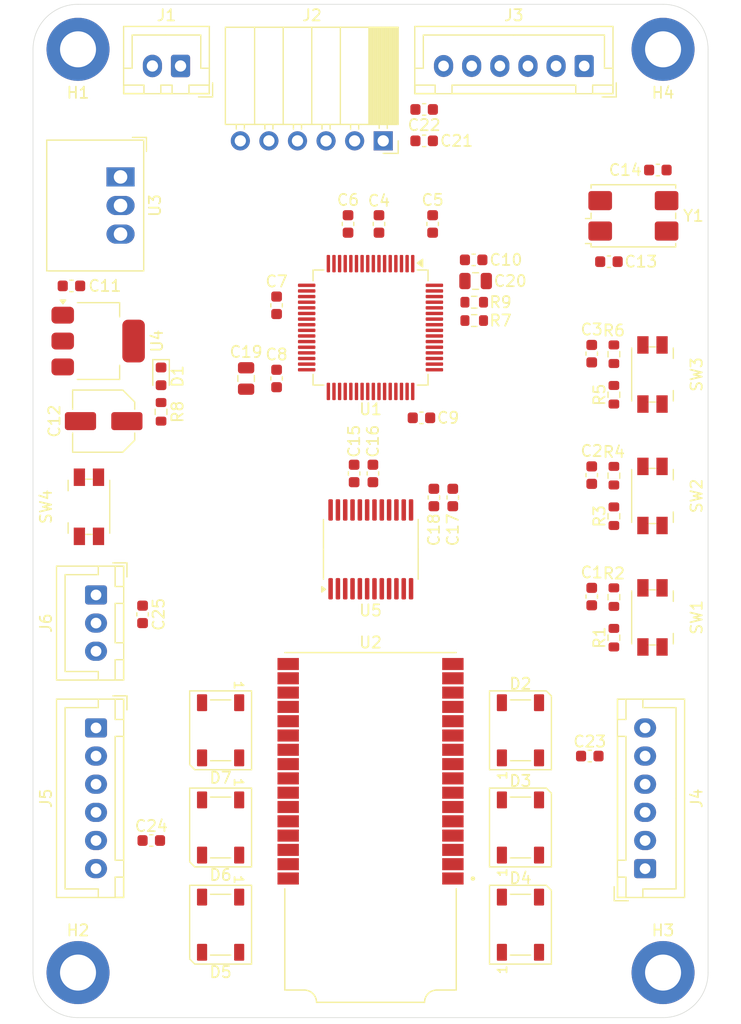
<source format=kicad_pcb>
(kicad_pcb (version 20241229) (generator "pcbnew") (generator_version "9.0")
  (layers (0 "F.Cu" signal) (2 "B.Cu" signal) (13 "F.Paste" user) (15 "B.Paste" user) (5 "F.SilkS" user "F.Silkscreen") (7 "B.SilkS" user "B.Silkscreen") (1 "F.Mask" user) (3 "B.Mask" user) (25 "Edge.Cuts" user))
  (net 0 "")
  (net 1 "GND")
  (net 2 "BTN1")
  (net 3 "BTN2")
  (net 4 "BTN3")
  (net 5 "+3.3V")
  (net 6 "+7.5V")
  (net 7 "HSE_OUT")
  (net 8 "HSE_IN")
  (net 9 "Net-(D1-A)")
  (net 10 "LED_NEO")
  (net 11 "Net-(D2-DOUT)")
  (net 12 "I2C_SDA")
  (net 13 "I2C_SCL")
  (net 14 "GPIO")
  (net 15 "XST")
  (net 16 "SPI_CS")
  (net 17 "SPI_MOSI")
  (net 18 "SPI_SCK")
  (net 19 "SPI_MISO")
  (net 20 "/MCU STM32/NRST")
  (net 21 "A_ENC2")
  (net 22 "A_ENC1")
  (net 23 "B_ENC2")
  (net 24 "B_ENC1")
  (net 25 "Net-(D2-DIN)")
  (net 26 "XL320")
  (net 27 "Net-(R1-Pad2)")
  (net 28 "Net-(R3-Pad2)")
  (net 29 "Net-(R5-Pad2)")
  (net 30 "Net-(U1-BOOT0)")
  (net 31 "A_EN")
  (net 36 "A_IN2")
  (net 42 "B_IN1")
  (net 44 "A_IN1")
  (net 49 "B_IN2")
  (net 55 "B_EN")
  (net 75 "Net-(D3-DOUT)")
  (net 76 "Net-(D4-DOUT)")
  (net 77 "/A_O2")
  (net 78 "/A_O1")
  (net 79 "/B_O1")
  (net 80 "/B_O2")
  (net 81 "/MCU STM32/UART_TX")
  (net 82 "/MCU STM32/SWO")
  (net 83 "/MCU STM32/SWDIO")
  (net 84 "/MCU STM32/SWCLK")
  (net 85 "/MCU STM32/UART_RX")
  (net 86 "Net-(U3-OUT)")
  (net 87 "Net-(C19-Pad1)")
  (net 88 "Net-(C20-Pad1)")
  (net 89 "Net-(D5-DOUT)")
  (net 90 "Net-(D6-DOUT)")
  (footprint "Capacitor_SMD:C_0603_1608Metric" (layer "F.Cu") (at 160.7875 109.57)
    (property "Reference" "C23" (at 0 -1.29 0) (layer "F.SilkS"))
    (property "Value" "1u")
    (pad "1" smd roundrect (at -0.775 0) (size 0.9 0.95) (layers "F.Cu" "F.Mask" "F.Paste") (net 1 "GND"))
    (pad "2" smd roundrect (at 0.775 0) (size 0.9 0.95) (layers "F.Cu" "F.Mask" "F.Paste") (net 5 "+3.3V"))
  )
  (footprint "Resistor_SMD:R_0603_1608Metric" (layer "F.Cu") (at 162.93 88.2675 90)
    (property "Reference" "R3" (at 0 -1.285 90) (layer "F.SilkS"))
    (property "Value" "10k")
    (pad "1" smd roundrect (at -0.825 0 90) (size 0.8 0.95) (layers "F.Cu" "F.Mask" "F.Paste") (net 5 "+3.3V"))
    (pad "2" smd roundrect (at 0.825 0 90) (size 0.8 0.95) (layers "F.Cu" "F.Mask" "F.Paste") (net 28 "Net-(R3-Pad2)"))
  )
  (footprint "Crystal:Crystal_SMD_7050-4Pin_7.0x5.0mm" (layer "F.Cu") (at 164.6625 61.59)
    (property "Reference" "Y1" (at 5.34 0 0) (layer "F.SilkS"))
    (property "Value" "Crystal")
    (pad "1" smd roundrect (at -2.95 1.35) (size 2.1 1.7) (layers "F.Cu" "F.Mask" "F.Paste") (roundrect_rratio 0.147059) (net 7 "HSE_OUT"))
    (pad "2" smd roundrect (at 2.95 1.35) (size 2.1 1.7) (layers "F.Cu" "F.Mask" "F.Paste") (roundrect_rratio 0.147059) (net 1 "GND"))
    (pad "3" smd roundrect (at 2.95 -1.35) (size 2.1 1.7) (layers "F.Cu" "F.Mask" "F.Paste") (roundrect_rratio 0.147059) (net 8 "HSE_IN"))
    (pad "4" smd roundrect (at -2.95 -1.35) (size 2.1 1.7) (layers "F.Cu" "F.Mask" "F.Paste") (roundrect_rratio 0.147059) (net 1 "GND"))
  )
  (footprint "Capacitor_SMD:C_0603_1608Metric" (layer "F.Cu") (at 146.82 62.31 -90)
    (property "Reference" "C5" (at -2.13 0 0) (layer "F.SilkS"))
    (property "Value" "100n")
    (pad "1" smd roundrect (at -0.775 0 270) (size 0.9 0.95) (layers "F.Cu" "F.Mask" "F.Paste") (net 1 "GND"))
    (pad "2" smd roundrect (at 0.775 0 270) (size 0.9 0.95) (layers "F.Cu" "F.Mask" "F.Paste") (net 5 "+3.3V"))
  )
  (footprint "Capacitor_SMD:C_0603_1608Metric" (layer "F.Cu") (at 162.4875 65.66)
    (property "Reference" "C13" (at 2.845 0 0) (layer "F.SilkS"))
    (property "Value" "20p")
    (pad "1" smd roundrect (at -0.775 0) (size 0.9 0.95) (layers "F.Cu" "F.Mask" "F.Paste") (net 7 "HSE_OUT"))
    (pad "2" smd roundrect (at 0.775 0) (size 0.9 0.95) (layers "F.Cu" "F.Mask" "F.Paste") (net 1 "GND"))
  )
  (footprint "Resistor_SMD:R_0603_1608Metric" (layer "F.Cu") (at 162.93 95.455 -90)
    (property "Reference" "R2" (at -2.105 0 180) (layer "F.SilkS"))
    (property "Value" "10k")
    (pad "1" smd roundrect (at -0.825 0 270) (size 0.8 0.95) (layers "F.Cu" "F.Mask" "F.Paste") (net 2 "BTN1"))
    (pad "2" smd roundrect (at 0.825 0 270) (size 0.8 0.95) (layers "F.Cu" "F.Mask" "F.Paste") (net 27 "Net-(R1-Pad2)"))
  )
  (footprint "LED_SMD:LED_WS2812B_PLCC4_5.0x5.0mm_P3.2mm" (layer "F.Cu") (at 154.625 115.914 90)
    (property "Reference" "D3" (at 4.13 0 180) (layer "F.SilkS"))
    (property "Value" "NeoPixel")
    (fp_text user "1" (at -4 -1.6 90) (layer "F.SilkS") (effects (font (size 0.8 0.8))))
    (pad "1" smd roundrect (at -2.45 -1.65 90) (size 1.5 0.9) (layers "F.Cu" "F.Mask" "F.Paste") (roundrect_rratio 0.1) (net 75 "Net-(D3-DOUT)"))
    (pad "2" smd roundrect (at -2.45 1.65 90) (size 1.5 0.9) (layers "F.Cu" "F.Mask" "F.Paste") (roundrect_rratio 0.1) (net 1 "GND"))
    (pad "3" smd roundrect (at 2.45 1.65 90) (size 1.5 0.9) (layers "F.Cu" "F.Mask" "F.Paste") (roundrect_rratio 0.1) (net 5 "+3.3V"))
    (pad "4" smd roundrect (at 2.45 -1.65 90) (size 1.5 0.9) (layers "F.Cu" "F.Mask" "F.Paste") (roundrect_rratio 0.1) (net 11 "Net-(D2-DOUT)"))
  )
  (footprint "MountingHole:MountingHole_3.2mm_M3_DIN965_Pad" (layer "F.Cu") (at 115.3 128.8)
    (property "Reference" "H2" (at 0 -3.75 0) (layer "F.SilkS"))
    (property "Value" "MountingHole_Pad")
    (pad "1" thru_hole circle (at 0 0) (size 5.6 5.6) (drill 3.2) (layers "*.Cu" "*.Mask") (net 1 "GND"))
  )
  (footprint "LED_SMD:LED_WS2812B_PLCC4_5.0x5.0mm_P3.2mm" (layer "F.Cu") (at 127.975 124.546 -90)
    (property "Reference" "D5" (at 4.214 0 0) (layer "F.SilkS"))
    (property "Value" "NeoPixel")
    (fp_text user "1" (at -4 -1.6 270) (layer "F.SilkS") (effects (font (size 0.8 0.8))))
    (pad "1" smd roundrect (at -2.45 -1.65 270) (size 1.5 0.9) (layers "F.Cu" "F.Mask" "F.Paste") (roundrect_rratio 0.1) (net 89 "Net-(D5-DOUT)"))
    (pad "2" smd roundrect (at -2.45 1.65 270) (size 1.5 0.9) (layers "F.Cu" "F.Mask" "F.Paste") (roundrect_rratio 0.1) (net 1 "GND"))
    (pad "3" smd roundrect (at 2.45 1.65 270) (size 1.5 0.9) (layers "F.Cu" "F.Mask" "F.Paste") (roundrect_rratio 0.1) (net 5 "+3.3V"))
    (pad "4" smd roundrect (at 2.45 -1.65 270) (size 1.5 0.9) (layers "F.Cu" "F.Mask" "F.Paste") (roundrect_rratio 0.1) (net 76 "Net-(D4-DOUT)"))
  )
  (footprint "LED_SMD:LED_WS2812B_PLCC4_5.0x5.0mm_P3.2mm" (layer "F.Cu") (at 154.625 107.282 90)
    (property "Reference" "D2" (at 4.13 0 180) (layer "F.SilkS"))
    (property "Value" "NeoPixel")
    (fp_text user "1" (at -4 -1.6 90) (layer "F.SilkS") (effects (font (size 0.8 0.8))))
    (pad "1" smd roundrect (at -2.45 -1.65 90) (size 1.5 0.9) (layers "F.Cu" "F.Mask" "F.Paste") (roundrect_rratio 0.1) (net 11 "Net-(D2-DOUT)"))
    (pad "2" smd roundrect (at -2.45 1.65 90) (size 1.5 0.9) (layers "F.Cu" "F.Mask" "F.Paste") (roundrect_rratio 0.1) (net 1 "GND"))
    (pad "3" smd roundrect (at 2.45 1.65 90) (size 1.5 0.9) (layers "F.Cu" "F.Mask" "F.Paste") (roundrect_rratio 0.1) (net 5 "+3.3V"))
    (pad "4" smd roundrect (at 2.45 -1.65 90) (size 1.5 0.9) (layers "F.Cu" "F.Mask" "F.Paste") (roundrect_rratio 0.1) (net 25 "Net-(D2-DIN)"))
  )
  (footprint "Capacitor_SMD:C_0805_2012Metric" (layer "F.Cu") (at 150.64 67.38)
    (property "Reference" "C20" (at 3.08 0 180) (layer "F.SilkS"))
    (property "Value" "22u")
    (pad "1" smd roundrect (at -0.95 0) (size 1 1.45) (layers "F.Cu" "F.Mask" "F.Paste") (net 88 "Net-(C20-Pad1)"))
    (pad "2" smd roundrect (at 0.95 0) (size 1 1.45) (layers "F.Cu" "F.Mask" "F.Paste") (net 1 "GND"))
  )
  (footprint "Capacitor_SMD:C_0603_1608Metric" (layer "F.Cu") (at 114.715 67.8125)
    (property "Reference" "C11" (at 2.97 0 0) (layer "F.SilkS"))
    (property "Value" "10u")
    (pad "1" smd roundrect (at -0.775 0) (size 0.9 0.95) (layers "F.Cu" "F.Mask" "F.Paste") (net 86 "Net-(U3-OUT)"))
    (pad "2" smd roundrect (at 0.775 0) (size 0.9 0.95) (layers "F.Cu" "F.Mask" "F.Paste") (net 1 "GND"))
  )
  (footprint "LED_SMD:LED_WS2812B_PLCC4_5.0x5.0mm_P3.2mm" (layer "F.Cu") (at 127.975 107.282 -90)
    (property "Reference" "D7" (at 4.214 0 0) (layer "F.SilkS"))
    (property "Value" "NeoPixel")
    (fp_text user "1" (at -4 -1.6 270) (layer "F.SilkS") (effects (font (size 0.8 0.8))))
    (pad "1" smd roundrect (at -2.45 -1.65 270) (size 1.5 0.9) (layers "F.Cu" "F.Mask" "F.Paste") (roundrect_rratio 0.1))
    (pad "2" smd roundrect (at -2.45 1.65 270) (size 1.5 0.9) (layers "F.Cu" "F.Mask" "F.Paste") (roundrect_rratio 0.1) (net 1 "GND"))
    (pad "3" smd roundrect (at 2.45 1.65 270) (size 1.5 0.9) (layers "F.Cu" "F.Mask" "F.Paste") (roundrect_rratio 0.1) (net 5 "+3.3V"))
    (pad "4" smd roundrect (at 2.45 -1.65 270) (size 1.5 0.9) (layers "F.Cu" "F.Mask" "F.Paste") (roundrect_rratio 0.1) (net 90 "Net-(D6-DOUT)"))
  )
  (footprint "Capacitor_SMD:C_0603_1608Metric" (layer "F.Cu") (at 132.95 69.535 90)
    (property "Reference" "C7" (at 2.12 0 0) (layer "F.SilkS"))
    (property "Value" "100n")
    (pad "1" smd roundrect (at -0.775 0 90) (size 0.9 0.95) (layers "F.Cu" "F.Mask" "F.Paste") (net 1 "GND"))
    (pad "2" smd roundrect (at 0.775 0 90) (size 0.9 0.95) (layers "F.Cu" "F.Mask" "F.Paste") (net 5 "+3.3V"))
  )
  (footprint "Capacitor_SMD:C_0603_1608Metric" (layer "F.Cu") (at 160.96 84.6175 -90)
    (property "Reference" "C2" (at -2.145 0 180) (layer "F.SilkS"))
    (property "Value" "10n")
    (pad "1" smd roundrect (at -0.775 0 270) (size 0.9 0.95) (layers "F.Cu" "F.Mask" "F.Paste") (net 3 "BTN2"))
    (pad "2" smd roundrect (at 0.775 0 270) (size 0.9 0.95) (layers "F.Cu" "F.Mask" "F.Paste") (net 1 "GND"))
  )
  (footprint "Capacitor_SMD:C_0603_1608Metric" (layer "F.Cu") (at 121.8125 117.07 180)
    (property "Reference" "C24" (at 0 1.29 0) (layer "F.SilkS"))
    (property "Value" "1u")
    (pad "1" smd roundrect (at -0.775 0 180) (size 0.9 0.95) (layers "F.Cu" "F.Mask" "F.Paste") (net 1 "GND"))
    (pad "2" smd roundrect (at 0.775 0 180) (size 0.9 0.95) (layers "F.Cu" "F.Mask" "F.Paste") (net 5 "+3.3V"))
  )
  (footprint "MountingHole:MountingHole_3.2mm_M3_DIN965_Pad" (layer "F.Cu") (at 167.3 128.8)
    (property "Reference" "H3" (at 0 -3.75 0) (layer "F.SilkS"))
    (property "Value" "MountingHole_Pad")
    (pad "1" thru_hole circle (at 0 0) (size 5.6 5.6) (drill 3.2) (layers "*.Cu" "*.Mask") (net 1 "GND"))
  )
  (footprint "Button_Switch_SMD:Panasonic_EVQPUJ_EVQPUA" (layer "F.Cu") (at 166.36 75.68 -90)
    (property "Reference" "SW3" (at 0 -3.92 90) (layer "F.SilkS"))
    (property "Value" "BTN3")
    (pad "1" smd rect (at -2.625 -0.85 90) (size 1.55 1) (layers "F.Cu" "F.Mask" "F.Paste") (net 29 "Net-(R5-Pad2)"))
    (pad "1" smd rect (at 2.625 -0.85 90) (size 1.55 1) (layers "F.Cu" "F.Mask" "F.Paste") (net 29 "Net-(R5-Pad2)"))
    (pad "2" smd rect (at -2.625 0.85 90) (size 1.55 1) (layers "F.Cu" "F.Mask" "F.Paste") (net 1 "GND"))
    (pad "2" smd rect (at 2.625 0.85 90) (size 1.55 1) (layers "F.Cu" "F.Mask" "F.Paste") (net 1 "GND"))
  )
  (footprint "Capacitor_SMD:C_0603_1608Metric" (layer "F.Cu") (at 141.51 84.47 90)
    (property "Reference" "C16" (at 2.86 0 270) (layer "F.SilkS"))
    (property "Value" "10u")
    (pad "1" smd roundrect (at -0.775 0 90) (size 0.9 0.95) (layers "F.Cu" "F.Mask" "F.Paste") (net 5 "+3.3V"))
    (pad "2" smd roundrect (at 0.775 0 90) (size 0.9 0.95) (layers "F.Cu" "F.Mask" "F.Paste") (net 1 "GND"))
  )
  (footprint "STLINK-V3MODS:MODULE_STLINK-V3MODS" (layer "F.Cu") (at 141.3 130.35 180)
    (property "Reference" "U2" (at 0 30.87 0) (layer "F.SilkS"))
    (property "Value" "STLINK-V3MODS")
    (pad "1" smd rect (at -7.32003 9.906 180) (size 1.89992 1.0701) (layers "F.Cu" "F.Mask" "F.Paste"))
    (pad "2" smd rect (at -7.32003 11.176 180) (size 1.89992 1.0701) (layers "F.Cu" "F.Mask" "F.Paste"))
    (pad "3" smd rect (at -7.32003 12.446 180) (size 1.89992 1.0701) (layers "F.Cu" "F.Mask" "F.Paste"))
    (pad "4" smd rect (at -7.32003 13.716 180) (size 1.89992 1.0701) (layers "F.Cu" "F.Mask" "F.Paste") (net 83 "/MCU STM32/SWDIO"))
    (pad "5" smd rect (at -7.32003 14.986 180) (size 1.89992 1.0701) (layers "F.Cu" "F.Mask" "F.Paste") (net 1 "GND"))
    (pad "6" smd rect (at -7.32003 16.256 180) (size 1.89992 1.0701) (layers "F.Cu" "F.Mask" "F.Paste") (net 82 "/MCU STM32/SWO"))
    (pad "7" smd rect (at -7.32003 17.526 180) (size 1.89992 1.0701) (layers "F.Cu" "F.Mask" "F.Paste"))
    (pad "8" smd rect (at -7.32003 18.796 180) (size 1.89992 1.0701) (layers "F.Cu" "F.Mask" "F.Paste") (net 1 "GND"))
    (pad "9" smd rect (at -7.32003 20.066 180) (size 1.89992 1.0701) (layers "F.Cu" "F.Mask" "F.Paste"))
    (pad "10" smd rect (at -7.32003 21.336 180) (size 1.89992 1.0701) (layers "F.Cu" "F.Mask" "F.Paste"))
    (pad "11" smd rect (at -7.32003 22.606 180) (size 1.89992 1.0701) (layers "F.Cu" "F.Mask" "F.Paste"))
    (pad "12" smd rect (at -7.32003 23.876 180) (size 1.89992 1.0701) (layers "F.Cu" "F.Mask" "F.Paste") (net 81 "/MCU STM32/UART_TX"))
    (pad "13" smd rect (at -7.32003 25.146 180) (size 1.89992 1.0701) (layers "F.Cu" "F.Mask" "F.Paste") (net 84 "/MCU STM32/SWCLK"))
    (pad "14" smd rect (at -7.32003 26.416 180) (size 1.89992 1.0701) (layers "F.Cu" "F.Mask" "F.Paste"))
    (pad "15" smd rect (at -7.32003 27.686 180) (size 1.89992 1.0701) (layers "F.Cu" "F.Mask" "F.Paste") (net 85 "/MCU STM32/UART_RX"))
    (pad "16" smd rect (at -7.32003 28.956 180) (size 1.89992 1.0701) (layers "F.Cu" "F.Mask" "F.Paste"))
    (pad "17" smd rect (at 7.32003 28.956 180) (size 1.89992 1.0701) (layers "F.Cu" "F.Mask" "F.Paste"))
    (pad "18" smd rect (at 7.32003 27.686 180) (size 1.89992 1.0701) (layers "F.Cu" "F.Mask" "F.Paste"))
    (pad "19" smd rect (at 7.32003 26.416 180) (size 1.89992 1.0701) (layers "F.Cu" "F.Mask" "F.Paste"))
    (pad "20" smd rect (at 7.32003 25.146 180) (size 1.89992 1.0701) (layers "F.Cu" "F.Mask" "F.Paste"))
    (pad "21" smd rect (at 7.32003 23.876 180) (size 1.89992 1.0701) (layers "F.Cu" "F.Mask" "F.Paste"))
    (pad "22" smd rect (at 7.32003 22.606 180) (size 1.89992 1.0701) (layers "F.Cu" "F.Mask" "F.Paste"))
    (pad "23" smd rect (at 7.32003 21.336 180) (size 1.89992 1.0701) (layers "F.Cu" "F.Mask" "F.Paste"))
    (pad "24" smd rect (at 7.32003 20.066 180) (size 1.89992 1.0701) (layers "F.Cu" "F.Mask" "F.Paste") (net 1 "GND"))
    (pad "25" smd rect (at 7.32003 18.796 180) (size 1.89992 1.0701) (layers "F.Cu" "F.Mask" "F.Paste"))
    (pad "26" smd rect (at 7.32003 17.526 180) (size 1.89992 1.0701) (layers "F.Cu" "F.Mask" "F.Paste") (net 1 "GND"))
    (pad "27" smd rect (at 7.32003 16.256 180) (size 1.89992 1.0701) (layers "F.Cu" "F.Mask" "F.Paste") (net 1 "GND"))
    (pad "28" smd rect (at 7.32003 14.986 180) (size 1.89992 1.0701) (layers "F.Cu" "F.Mask" "F.Paste"))
    (pad "29" smd rect (at 7.32003 13.716 180) (size 1.89992 1.0701) (layers "F.Cu" "F.Mask" "F.Paste") (net 1 "GND"))
    (pad "30" smd rect (at 7.32003 12.446 180) (size 1.89992 1.0701) (layers "F.Cu" "F.Mask" "F.Paste") (net 5 "+3.3V"))
    (pad "31" smd rect (at 7.32003 11.176 180) (size 1.89992 1.0701) (layers "F.Cu" "F.Mask" "F.Paste") (net 20 "/MCU STM32/NRST"))
    (pad "32" smd rect (at 7.32003 9.906 180) (size 1.89992 1.0701) (layers "F.Cu" "F.Mask" "F.Paste"))
  )
  (footprint "Capacitor_SMD:C_0603_1608Metric" (layer "F.Cu") (at 121.0375 96.985 -90)
    (property "Reference" "C25" (at 0 -1.43 90) (layer "F.SilkS"))
    (property "Value" "1u")
    (pad "1" smd roundrect (at -0.775 0 270) (size 0.9 0.95) (layers "F.Cu" "F.Mask" "F.Paste") (net 1 "GND"))
    (pad "2" smd roundrect (at 0.775 0 270) (size 0.9 0.95) (layers "F.Cu" "F.Mask" "F.Paste") (net 6 "+7.5V"))
  )
  (footprint "Capacitor_SMD:C_0805_2012Metric" (layer "F.Cu") (at 130.24 76.035 -90)
    (property "Reference" "C19" (at -2.36 0 0) (layer "F.SilkS"))
    (property "Value" "22u")
    (pad "1" smd roundrect (at -0.95 0 270) (size 1 1.45) (layers "F.Cu" "F.Mask" "F.Paste") (net 87 "Net-(C19-Pad1)"))
    (pad "2" smd roundrect (at 0.95 0 270) (size 1 1.45) (layers "F.Cu" "F.Mask" "F.Paste") (net 1 "GND"))
  )
  (footprint "Connector_JST:JST_XH_B3B-XH-A_1x03_P2.50mm_Vertical" (layer "F.Cu") (at 116.9 95.26 -90)
    (property "Reference" "J6" (at 2.5 4.45 90) (layer "F.SilkS"))
    (property "Value" "XL320")
    (pad "1" thru_hole roundrect (at 0 0 270) (size 1.7 1.95) (drill 0.95) (layers "*.Cu" "*.Mask") (roundrect_rratio 0.147059) (net 1 "GND"))
    (pad "2" thru_hole oval (at 2.5 0 270) (size 1.7 1.95) (drill 0.95) (layers "*.Cu" "*.Mask") (net 6 "+7.5V"))
    (pad "3" thru_hole oval (at 5 0 270) (size 1.7 1.95) (drill 0.95) (layers "*.Cu" "*.Mask") (net 26 "XL320"))
  )
  (footprint "Resistor_SMD:R_0603_1608Metric" (layer "F.Cu") (at 162.93 73.88 -90)
    (property "Reference" "R6" (at -2.105 0 180) (layer "F.SilkS"))
    (property "Value" "10k")
    (pad "1" smd roundrect (at -0.825 0 270) (size 0.8 0.95) (layers "F.Cu" "F.Mask" "F.Paste") (net 4 "BTN3"))
    (pad "2" smd roundrect (at 0.825 0 270) (size 0.8 0.95) (layers "F.Cu" "F.Mask" "F.Paste") (net 29 "Net-(R5-Pad2)"))
  )
  (footprint "LED_SMD:LED_WS2812B_PLCC4_5.0x5.0mm_P3.2mm" (layer "F.Cu") (at 127.975 115.914 -90)
    (property "Reference" "D6" (at 4.214 0 0) (layer "F.SilkS"))
    (property "Value" "NeoPixel")
    (fp_text user "1" (at -4 -1.6 270) (layer "F.SilkS") (effects (font (size 0.8 0.8))))
    (pad "1" smd roundrect (at -2.45 -1.65 270) (size 1.5 0.9) (layers "F.Cu" "F.Mask" "F.Paste") (roundrect_rratio 0.1) (net 90 "Net-(D6-DOUT)"))
    (pad "2" smd roundrect (at -2.45 1.65 270) (size 1.5 0.9) (layers "F.Cu" "F.Mask" "F.Paste") (roundrect_rratio 0.1) (net 1 "GND"))
    (pad "3" smd roundrect (at 2.45 1.65 270) (size 1.5 0.9) (layers "F.Cu" "F.Mask" "F.Paste") (roundrect_rratio 0.1) (net 5 "+3.3V"))
    (pad "4" smd roundrect (at 2.45 -1.65 270) (size 1.5 0.9) (layers "F.Cu" "F.Mask" "F.Paste") (roundrect_rratio 0.1) (net 89 "Net-(D5-DOUT)"))
  )
  (footprint "LED_SMD:LED_WS2812B_PLCC4_5.0x5.0mm_P3.2mm" (layer "F.Cu") (at 154.625 124.546 90)
    (property "Reference" "D4" (at 4.13 0 180) (layer "F.SilkS"))
    (property "Value" "NeoPixel")
    (fp_text user "1" (at -4 -1.6 90) (layer "F.SilkS") (effects (font (size 0.8 0.8))))
    (pad "1" smd roundrect (at -2.45 -1.65 90) (size 1.5 0.9) (layers "F.Cu" "F.Mask" "F.Paste") (roundrect_rratio 0.1) (net 76 "Net-(D4-DOUT)"))
    (pad "2" smd roundrect (at -2.45 1.65 90) (size 1.5 0.9) (layers "F.Cu" "F.Mask" "F.Paste") (roundrect_rratio 0.1) (net 1 "GND"))
    (pad "3" smd roundrect (at 2.45 1.65 90) (size 1.5 0.9) (layers "F.Cu" "F.Mask" "F.Paste") (roundrect_rratio 0.1) (net 5 "+3.3V"))
    (pad "4" smd roundrect (at 2.45 -1.65 90) (size 1.5 0.9) (layers "F.Cu" "F.Mask" "F.Paste") (roundrect_rratio 0.1) (net 75 "Net-(D3-DOUT)"))
  )
  (footprint "Capacitor_SMD:C_0603_1608Metric" (layer "F.Cu") (at 145.825 79.53 180)
    (property "Reference" "C9" (at -2.37 0 0) (layer "F.SilkS"))
    (property "Value" "100n")
    (pad "1" smd roundrect (at -0.775 0 180) (size 0.9 0.95) (layers "F.Cu" "F.Mask" "F.Paste") (net 1 "GND"))
    (pad "2" smd roundrect (at 0.775 0 180) (size 0.9 0.95) (layers "F.Cu" "F.Mask" "F.Paste") (net 5 "+3.3V"))
  )
  (footprint "Button_Switch_SMD:Panasonic_EVQPUJ_EVQPUA" (layer "F.Cu") (at 116.27 87.43 90)
    (property "Reference" "SW4" (at 0 -3.82 90) (layer "F.SilkS"))
    (property "Value" "RESET")
    (pad "1" smd rect (at -2.625 -0.85 270) (size 1.55 1) (layers "F.Cu" "F.Mask" "F.Paste") (net 20 "/MCU STM32/NRST"))
    (pad "1" smd rect (at 2.625 -0.85 270) (size 1.55 1) (layers "F.Cu" "F.Mask" "F.Paste") (net 20 "/MCU STM32/NRST"))
    (pad "2" smd rect (at -2.625 0.85 270) (size 1.55 1) (layers "F.Cu" "F.Mask" "F.Paste") (net 1 "GND"))
    (pad "2" smd rect (at 2.625 0.85 270) (size 1.55 1) (layers "F.Cu" "F.Mask" "F.Paste") (net 1 "GND"))
  )
  (footprint "Connector_JST:JST_XH_B2B-XH-A_1x02_P2.50mm_Vertical" (layer "F.Cu") (at 124.411429 48.28 180)
    (property "Reference" "J1" (at 1.25 4.5 0) (layer "F.SilkS"))
    (property "Value" "ALIM")
    (pad "1" thru_hole roundrect (at 0 0 180) (size 1.7 2) (drill 1) (layers "*.Cu" "*.Mask") (roundrect_rratio 0.147059) (net 1 "GND"))
    (pad "2" thru_hole oval (at 2.5 0 180) (size 1.7 2) (drill 1) (layers "*.Cu" "*.Mask") (net 6 "+7.5V"))
  )
  (footprint "Resistor_SMD:R_0603_1608Metric" (layer "F.Cu") (at 150.515 70.89 180)
    (property "Reference" "R7" (at -2.345 0 180) (layer "F.SilkS"))
    (property "Value" "10k")
    (pad "1" smd roundrect (at -0.825 0 180) (size 0.8 0.95) (layers "F.Cu" "F.Mask" "F.Paste") (net 1 "GND"))
    (pad "2" smd roundrect (at 0.825 0 180) (size 0.8 0.95) (layers "F.Cu" "F.Mask" "F.Paste") (net 30 "Net-(U1-BOOT0)"))
  )
  (footprint "MountingHole:MountingHole_3.2mm_M3_DIN965_Pad" (layer "F.Cu") (at 115.3 46.8)
    (property "Reference" "H1" (at 0 3.86 0) (layer "F.SilkS"))
    (property "Value" "MountingHole_Pad")
    (pad "1" thru_hole circle (at 0 0) (size 5.6 5.6) (drill 3.2) (layers "*.Cu" "*.Mask") (net 1 "GND"))
  )
  (footprint "Package_SO:SSOP-24_5.3x8.2mm_P0.65mm" (layer "F.Cu") (at 141.325 91.21 90)
    (property "Reference" "U5" (at -5.43 -0.025 180) (layer "F.SilkS"))
    (property "Value" "TB6612FNG")
    (pad "1" smd roundrect (at -3.5 -3.575 90) (size 1.9 0.4) (layers "F.Cu" "F.Mask" "F.Paste") (net 78 "/A_O1"))
    (pad "2" smd roundrect (at -3.5 -2.925 90) (size 1.9 0.4) (layers "F.Cu" "F.Mask" "F.Paste") (net 78 "/A_O1"))
    (pad "3" smd roundrect (at -3.5 -2.275 90) (size 1.9 0.4) (layers "F.Cu" "F.Mask" "F.Paste") (net 1 "GND"))
    (pad "4" smd roundrect (at -3.5 -1.625 90) (size 1.9 0.4) (layers "F.Cu" "F.Mask" "F.Paste") (net 1 "GND"))
    (pad "5" smd roundrect (at -3.5 -0.975 90) (size 1.9 0.4) (layers "F.Cu" "F.Mask" "F.Paste") (net 77 "/A_O2"))
    (pad "6" smd roundrect (at -3.5 -0.325 90) (size 1.9 0.4) (layers "F.Cu" "F.Mask" "F.Paste") (net 77 "/A_O2"))
    (pad "7" smd roundrect (at -3.5 0.325 90) (size 1.9 0.4) (layers "F.Cu" "F.Mask" "F.Paste") (net 80 "/B_O2"))
    (pad "8" smd roundrect (at -3.5 0.975 90) (size 1.9 0.4) (layers "F.Cu" "F.Mask" "F.Paste") (net 80 "/B_O2"))
    (pad "9" smd roundrect (at -3.5 1.625 90) (size 1.9 0.4) (layers "F.Cu" "F.Mask" "F.Paste") (net 1 "GND"))
    (pad "10" smd roundrect (at -3.5 2.275 90) (size 1.9 0.4) (layers "F.Cu" "F.Mask" "F.Paste") (net 1 "GND"))
    (pad "11" smd roundrect (at -3.5 2.925 90) (size 1.9 0.4) (layers "F.Cu" "F.Mask" "F.Paste") (net 79 "/B_O1"))
    (pad "12" smd roundrect (at -3.5 3.575 90) (size 1.9 0.4) (layers "F.Cu" "F.Mask" "F.Paste") (net 79 "/B_O1"))
    (pad "13" smd roundrect (at 3.5 3.575 90) (size 1.9 0.4) (layers "F.Cu" "F.Mask" "F.Paste") (net 6 "+7.5V"))
    (pad "14" smd roundrect (at 3.5 2.925 90) (size 1.9 0.4) (layers "F.Cu" "F.Mask" "F.Paste") (net 6 "+7.5V"))
    (pad "15" smd roundrect (at 3.5 2.275 90) (size 1.9 0.4) (layers "F.Cu" "F.Mask" "F.Paste") (net 55 "B_EN"))
    (pad "16" smd roundrect (at 3.5 1.625 90) (size 1.9 0.4) (layers "F.Cu" "F.Mask" "F.Paste") (net 49 "B_IN2"))
    (pad "17" smd roundrect (at 3.5 0.975 90) (size 1.9 0.4) (layers "F.Cu" "F.Mask" "F.Paste") (net 42 "B_IN1"))
    (pad "18" smd roundrect (at 3.5 0.325 90) (size 1.9 0.4) (layers "F.Cu" "F.Mask" "F.Paste") (net 1 "GND"))
    (pad "19" smd roundrect (at 3.5 -0.325 90) (size 1.9 0.4) (layers "F.Cu" "F.Mask" "F.Paste") (net 5 "+3.3V"))
    (pad "20" smd roundrect (at 3.5 -0.975 90) (size 1.9 0.4) (layers "F.Cu" "F.Mask" "F.Paste") (net 5 "+3.3V"))
    (pad "21" smd roundrect (at 3.5 -1.625 90) (size 1.9 0.4) (layers "F.Cu" "F.Mask" "F.Paste") (net 44 "A_IN1"))
    (pad "22" smd roundrect (at 3.5 -2.275 90) (size 1.9 0.4) (layers "F.Cu" "F.Mask" "F.Paste") (net 36 "A_IN2"))
    (pad "23" smd roundrect (at 3.5 -2.925 90) (size 1.9 0.4) (layers "F.Cu" "F.Mask" "F.Paste") (net 31 "A_EN"))
    (pad "24" smd roundrect (at 3.5 -3.575 90) (size 1.9 0.4) (layers "F.Cu" "F.Mask" "F.Paste") (net 6 "+7.5V"))
  )
  (footprint "Resistor_SMD:R_0603_1608Metric" (layer "F.Cu") (at 150.515 69.26)
    (property "Reference" "R9" (at 2.345 0 0) (layer "F.SilkS"))
    (property "Value" "510")
    (pad "1" smd roundrect (at -0.825 0) (size 0.8 0.95) (layers "F.Cu" "F.Mask" "F.Paste") (net 10 "LED_NEO"))
    (pad "2" smd roundrect (at 0.825 0) (size 0.8 0.95) (layers "F.Cu" "F.Mask" "F.Paste") (net 25 "Net-(D2-DIN)"))
  )
  (footprint "Package_TO_SOT_SMD:SOT-223-3_TabPin2" (layer "F.Cu") (at 117.09 72.71)
    (property "Reference" "U4" (at 5.23 0 90) (layer "F.SilkS"))
    (property "Value" "AZ1117CH2-3.3")
    (pad "1" smd roundrect (at -3.15 -2.3) (size 2 1.5) (layers "F.Cu" "F.Mask" "F.Paste") (net 86 "Net-(U3-OUT)"))
    (pad "2" smd roundrect (at -3.15 0) (size 2 1.5) (layers "F.Cu" "F.Mask" "F.Paste") (net 1 "GND"))
    (pad "2" smd roundrect (at 3.15 0) (size 2 3.8) (layers "F.Cu" "F.Mask" "F.Paste") (net 1 "GND"))
    (pad "3" smd roundrect (at -3.15 2.3) (size 2 1.5) (layers "F.Cu" "F.Mask" "F.Paste") (net 5 "+3.3V"))
  )
  (footprint "Capacitor_SMD:C_0603_1608Metric" (layer "F.Cu") (at 139.84 84.47 90)
    (property "Reference" "C15" (at 2.86 0 270) (layer "F.SilkS"))
    (property "Value" "100n")
    (pad "1" smd roundrect (at -0.775 0 90) (size 0.9 0.95) (layers "F.Cu" "F.Mask" "F.Paste") (net 5 "+3.3V"))
    (pad "2" smd roundrect (at 0.775 0 90) (size 0.9 0.95) (layers "F.Cu" "F.Mask" "F.Paste") (net 1 "GND"))
  )
  (footprint "Button_Switch_SMD:Panasonic_EVQPUJ_EVQPUA" (layer "F.Cu") (at 166.36 86.4675 -90)
    (property "Reference" "SW2" (at 0 -3.92 90) (layer "F.SilkS"))
    (property "Value" "BTN2")
    (pad "1" smd rect (at -2.625 -0.85 90) (size 1.55 1) (layers "F.Cu" "F.Mask" "F.Paste") (net 28 "Net-(R3-Pad2)"))
    (pad "1" smd rect (at 2.625 -0.85 90) (size 1.55 1) (layers "F.Cu" "F.Mask" "F.Paste") (net 28 "Net-(R3-Pad2)"))
    (pad "2" smd rect (at -2.625 0.85 90) (size 1.55 1) (layers "F.Cu" "F.Mask" "F.Paste") (net 1 "GND"))
    (pad "2" smd rect (at 2.625 0.85 90) (size 1.55 1) (layers "F.Cu" "F.Mask" "F.Paste") (net 1 "GND"))
  )
  (footprint "Resistor_SMD:R_0603_1608Metric" (layer "F.Cu") (at 122.68 78.9975 90)
    (property "Reference" "R8" (at 0 1.465 90) (layer "F.SilkS"))
    (property "Value" "510")
    (pad "1" smd roundrect (at -0.825 0 90) (size 0.8 0.95) (layers "F.Cu" "F.Mask" "F.Paste") (net 5 "+3.3V"))
    (pad "2" smd roundrect (at 0.825 0 90) (size 0.8 0.95) (layers "F.Cu" "F.Mask" "F.Paste") (net 9 "Net-(D1-A)"))
  )
  (footprint "Capacitor_SMD:C_0603_1608Metric" (layer "F.Cu") (at 146.065 54.93)
    (property "Reference" "C21" (at 2.885 0 0) (layer "F.SilkS"))
    (property "Value" "1u")
    (pad "1" smd roundrect (at -0.775 0) (size 0.9 0.95) (layers "F.Cu" "F.Mask" "F.Paste") (net 5 "+3.3V"))
    (pad "2" smd roundrect (at 0.775 0) (size 0.9 0.95) (layers "F.Cu" "F.Mask" "F.Paste") (net 1 "GND"))
  )
  (footprint "Capacitor_SMD:C_0603_1608Metric" (layer "F.Cu") (at 146.065 52.14)
    (property "Reference" "C22" (at 0 1.39 0) (layer "F.SilkS"))
    (property "Value" "1u")
    (pad "1" smd roundrect (at -0.775 0) (size 0.9 0.95) (layers "F.Cu" "F.Mask" "F.Paste") (net 1 "GND"))
    (pad "2" smd roundrect (at 0.775 0) (size 0.9 0.95) (layers "F.Cu" "F.Mask" "F.Paste") (net 5 "+3.3V"))
  )
  (footprint "Converter_DCDC:Converter_DCDC_RECOM_R-78B-2.0_THT" (layer "F.Cu") (at 119.08 58.1325 -90)
    (property "Reference" "U3" (at 2.54 -3.06 90) (layer "F.SilkS"))
    (property "Value" "WE-DC-DC-5V")
    (pad "1" thru_hole rect (at 0 0 270) (size 1.7 2.5) (drill 1.2) (layers "*.Cu" "*.Mask") (net 6 "+7.5V"))
    (pad "2" thru_hole oval (at 2.54 0 270) (size 1.7 2.5) (drill 1.2) (layers "*.Cu" "*.Mask") (net 1 "GND"))
    (pad "3" thru_hole oval (at 5.08 0 270) (size 1.7 2.5) (drill 1.2) (layers "*.Cu" "*.Mask") (net 86 "Net-(U3-OUT)"))
  )
  (footprint "Capacitor_SMD:C_0603_1608Metric" (layer "F.Cu") (at 166.8375 57.52)
    (property "Reference" "C14" (at -2.895 0 0) (layer "F.SilkS"))
    (property "Value" "20p")
    (pad "1" smd roundrect (at -0.775 0) (size 0.9 0.95) (layers "F.Cu" "F.Mask" "F.Paste") (net 1 "GND"))
    (pad "2" smd roundrect (at 0.775 0) (size 0.9 0.95) (layers "F.Cu" "F.Mask" "F.Paste") (net 8 "HSE_IN"))
  )
  (footprint "LED_SMD:LED_0603_1608Metric" (layer "F.Cu") (at 122.68 75.845 -90)
    (property "Reference" "D1" (at 0 -1.465 90) (layer "F.SilkS"))
    (property "Value" "LED")
    (pad "1" smd roundrect (at -0.7875 0 270) (size 0.875 0.95) (layers "F.Cu" "F.Mask" "F.Paste") (net 1 "GND"))
    (pad "2" smd roundrect (at 0.7875 0 270) (size 0.875 0.95) (layers "F.Cu" "F.Mask" "F.Paste") (net 9 "Net-(D1-A)"))
  )
  (footprint "Capacitor_SMD:C_0603_1608Metric" (layer "F.Cu") (at 150.465 65.5 180)
    (property "Reference" "C10" (at -2.87 0 180) (layer "F.SilkS"))
    (property "Value" "100n")
    (pad "1" smd roundrect (at -0.775 0 180) (size 0.9 0.95) (layers "F.Cu" "F.Mask" "F.Paste") (net 1 "GND"))
    (pad "2" smd roundrect (at 0.775 0 180) (size 0.9 0.95) (layers "F.Cu" "F.Mask" "F.Paste") (net 5 "+3.3V"))
  )
  (footprint "Button_Switch_SMD:Panasonic_EVQPUJ_EVQPUA" (layer "F.Cu") (at 166.36 97.255 -90)
    (property "Reference" "SW1" (at 0 -3.92 90) (layer "F.SilkS"))
    (property "Value" "BTN1")
    (pad "1" smd rect (at -2.625 -0.85 90) (size 1.55 1) (layers "F.Cu" "F.Mask" "F.Paste") (net 27 "Net-(R1-Pad2)"))
    (pad "1" smd rect (at 2.625 -0.85 90) (size 1.55 1) (layers "F.Cu" "F.Mask" "F.Paste") (net 27 "Net-(R1-Pad2)"))
    (pad "2" smd rect (at -2.625 0.85 90) (size 1.55 1) (layers "F.Cu" "F.Mask" "F.Paste") (net 1 "GND"))
    (pad "2" smd rect (at 2.625 0.85 90) (size 1.55 1) (layers "F.Cu" "F.Mask" "F.Paste") (net 1 "GND"))
  )
  (footprint "Capacitor_SMD:C_0603_1608Metric" (layer "F.Cu") (at 139.3 62.31 -90)
    (property "Reference" "C6" (at -2.13 0 0) (layer "F.SilkS"))
    (property "Value" "100n")
    (pad "1" smd roundrect (at -0.775 0 270) (size 0.9 0.95) (layers "F.Cu" "F.Mask" "F.Paste") (net 1 "GND"))
    (pad "2" smd roundrect (at 0.775 0 270) (size 0.9 0.95) (layers "F.Cu" "F.Mask" "F.Paste") (net 5 "+3.3V"))
  )
  (footprint "Resistor_SMD:R_0603_1608Metric" (layer "F.Cu") (at 162.93 84.6675 -90)
    (property "Reference" "R4" (at -2.105 0 180) (layer "F.SilkS"))
    (property "Value" "10k")
    (pad "1" smd roundrect (at -0.825 0 270) (size 0.8 0.95) (layers "F.Cu" "F.Mask" "F.Paste") (net 3 "BTN2"))
    (pad "2" smd roundrect (at 0.825 0 270) (size 0.8 0.95) (layers "F.Cu" "F.Mask" "F.Paste") (net 28 "Net-(R3-Pad2)"))
  )
  (footprint "Connector_JST:JST_XH_B6B-XH-A_1x06_P2.50mm_Vertical" (layer "F.Cu") (at 160.291429 48.28 180)
    (property "Reference" "J3" (at 6.25 4.5 0) (layer "F.SilkS"))
    (property "Value" "IR")
    (pad "1" thru_hole roundrect (at 0 0 180) (size 1.7 1.95) (drill 0.95) (layers "*.Cu" "*.Mask") (roundrect_rratio 0.147059) (net 1 "GND"))
    (pad "2" thru_hole oval (at 2.5 0 180) (size 1.7 1.95) (drill 0.95) (layers "*.Cu" "*.Mask") (net 16 "SPI_CS"))
    (pad "3" thru_hole oval (at 5 0 180) (size 1.7 1.95) (drill 0.95) (layers "*.Cu" "*.Mask") (net 17 "SPI_MOSI"))
    (pad "4" thru_hole oval (at 7.5 0 180) (size 1.7 1.95) (drill 0.95) (layers "*.Cu" "*.Mask") (net 19 "SPI_MISO"))
    (pad "5" thru_hole oval (at 10 0 180) (size 1.7 1.95) (drill 0.95) (layers "*.Cu" "*.Mask") (net 18 "SPI_SCK"))
    (pad "6" thru_hole oval (at 12.5 0 180) (size 1.7 1.95) (drill 0.95) (layers "*.Cu" "*.Mask") (net 5 "+3.3V"))
  )
  (footprint "Connector_JST:JST_XH_B6B-XH-A_1x06_P2.50mm_Vertical" (layer "F.Cu") (at 165.705 119.57 90)
    (property "Reference" "J4" (at 6.25 4.575 90) (layer "F.SilkS"))
    (property "Value" "M1")
    (pad "1" thru_hole roundrect (at 0 0 90) (size 1.7 1.95) (drill 0.95) (layers "*.Cu" "*.Mask") (roundrect_rratio 0.147059) (net 78 "/A_O1"))
    (pad "2" thru_hole oval (at 2.5 0 90) (size 1.7 1.95) (drill 0.95) (layers "*.Cu" "*.Mask") (net 1 "GND"))
    (pad "3" thru_hole oval (at 5 0 90) (size 1.7 1.95) (drill 0.95) (layers "*.Cu" "*.Mask") (net 22 "A_ENC1"))
    (pad "4" thru_hole oval (at 7.5 0 90) (size 1.7 1.95) (drill 0.95) (layers "*.Cu" "*.Mask") (net 21 "A_ENC2"))
    (pad "5" thru_hole oval (at 10 0 90) (size 1.7 1.95) (drill 0.95) (layers "*.Cu" "*.Mask") (net 5 "+3.3V"))
    (pad "6" thru_hole oval (at 12.5 0 90) (size 1.7 1.95) (drill 0.95) (layers "*.Cu" "*.Mask") (net 77 "/A_O2"))
  )
  (footprint "Connector_PinSocket_2.54mm:PinSocket_1x06_P2.54mm_Horizontal" (layer "F.Cu") (at 142.426429 54.93 -90)
    (property "Reference" "J2" (at -11.15 6.325 180) (layer "F.SilkS"))
    (property "Value" "TOF")
    (pad "1" thru_hole rect (at 0 0 270) (size 1.7 1.7) (drill 1) (layers "*.Cu" "*.Mask") (net 5 "+3.3V"))
    (pad "2" thru_hole circle (at 0 2.54 270) (size 1.7 1.7) (drill 1) (layers "*.Cu" "*.Mask") (net 1 "GND"))
    (pad "3" thru_hole circle (at 0 5.08 270) (size 1.7 1.7) (drill 1) (layers "*.Cu" "*.Mask") (net 13 "I2C_SCL"))
    (pad "4" thru_hole circle (at 0 7.62 270) (size 1.7 1.7) (drill 1) (layers "*.Cu" "*.Mask") (net 12 "I2C_SDA"))
    (pad "5" thru_hole circle (at 0 10.16 270) (size 1.7 1.7) (drill 1) (layers "*.Cu" "*.Mask") (net 14 "GPIO"))
    (pad "6" thru_hole circle (at 0 12.7 270) (size 1.7 1.7) (drill 1) (layers "*.Cu" "*.Mask") (net 15 "XST"))
  )
  (footprint "Resistor_SMD:R_0603_1608Metric" (layer "F.Cu") (at 162.93 77.48 90)
    (property "Reference" "R5" (at 0 -1.285 90) (layer "F.SilkS"))
    (property "Value" "10k")
    (pad "1" smd roundrect (at -0.825 0 90) (size 0.8 0.95) (layers "F.Cu" "F.Mask" "F.Paste") (net 5 "+3.3V"))
    (pad "2" smd roundrect (at 0.825 0 90) (size 0.8 0.95) (layers "F.Cu" "F.Mask" "F.Paste") (net 29 "Net-(R5-Pad2)"))
  )
  (footprint "Capacitor_SMD:C_0603_1608Metric" (layer "F.Cu") (at 146.93 86.605 -90)
    (property "Reference" "C18" (at 2.87 0 90) (layer "F.SilkS"))
    (property "Value" "10u")
    (pad "1" smd roundrect (at -0.775 0 270) (size 0.9 0.95) (layers "F.Cu" "F.Mask" "F.Paste") (net 6 "+7.5V"))
    (pad "2" smd roundrect (at 0.775 0 270) (size 0.9 0.95) (layers "F.Cu" "F.Mask" "F.Paste") (net 1 "GND"))
  )
  (footprint "Capacitor_SMD:C_0603_1608Metric" (layer "F.Cu") (at 142.05 62.31 90)
    (property "Reference" "C4" (at 2.06 0 180) (layer "F.SilkS"))
    (property "Value" "100n")
    (pad "1" smd roundrect (at -0.775 0 90) (size 0.9 0.95) (layers "F.Cu" "F.Mask" "F.Paste") (net 20 "/MCU STM32/NRST"))
    (pad "2" smd roundrect (at 0.775 0 90) (size 0.9 0.95) (layers "F.Cu" "F.Mask" "F.Paste") (net 1 "GND"))
  )
  (footprint "Capacitor_SMD:C_0603_1608Metric" (layer "F.Cu") (at 132.95 76.035 90)
    (property "Reference" "C8" (at 2.13 0 0) (layer "F.SilkS"))
    (property "Value" "100n")
    (pad "1" smd roundrect (at -0.775 0 90) (size 0.9 0.95) (layers "F.Cu" "F.Mask" "F.Paste") (net 1 "GND"))
    (pad "2" smd roundrect (at 0.775 0 90) (size 0.9 0.95) (layers "F.Cu" "F.Mask" "F.Paste") (net 5 "+3.3V"))
  )
  (footprint "Capacitor_SMD:C_0603_1608Metric" (layer "F.Cu") (at 160.96 73.83 -90)
    (property "Reference" "C3" (at -2.145 0 180) (layer "F.SilkS"))
    (property "Value" "10n")
    (pad "1" smd roundrect (at -0.775 0 270) (size 0.9 0.95) (layers "F.Cu" "F.Mask" "F.Paste") (net 4 "BTN3"))
    (pad "2" smd roundrect (at 0.775 0 270) (size 0.9 0.95) (layers "F.Cu" "F.Mask" "F.Paste") (net 1 "GND"))
  )
  (footprint "Capacitor_SMD:C_Elec_5x5.4" (layer "F.Cu") (at 117.58 79.8225 180)
    (property "Reference" "C12" (at 4.38 0 270) (layer "F.SilkS"))
    (property "Value" "22u")
    (pad "1" smd roundrect (at -2.0625 0 180) (size 2.775 1.6) (layers "F.Cu" "F.Mask" "F.Paste") (roundrect_rratio 0.15625) (net 5 "+3.3V"))
    (pad "2" smd roundrect (at 2.0625 0 180) (size 2.775 1.6) (layers "F.Cu" "F.Mask" "F.Paste") (roundrect_rratio 0.15625) (net 1 "GND"))
  )
  (footprint "Capacitor_SMD:C_0603_1608Metric" (layer "F.Cu") (at 148.61 86.605 -90)
    (property "Reference" "C17" (at 2.87 0 90) (layer "F.SilkS"))
    (property "Value" "100n")
    (pad "1" smd roundrect (at -0.775 0 270) (size 0.9 0.95) (layers "F.Cu" "F.Mask" "F.Paste") (net 6 "+7.5V"))
    (pad "2" smd roundrect (at 0.775 0 270) (size 0.9 0.95) (layers "F.Cu" "F.Mask" "F.Paste") (net 1 "GND"))
  )
  (footprint "Package_QFP:LQFP-64_10x10mm_P0.5mm" (layer "F.Cu") (at 141.3 71.51 -90)
    (property "Reference" "U1" (at 7.26 0 0) (layer "F.SilkS"))
    (property "Value" "STM32H573RITx")
    (pad "1" smd roundrect (at -5.675 -3.75 270) (size 1.55 0.3) (layers "F.Cu" "F.Mask" "F.Paste") (net 5 "+3.3V"))
    (pad "2" smd roundrect (at -5.675 -3.25 270) (size 1.55 0.3) (layers "F.Cu" "F.Mask" "F.Paste") (net 2 "BTN1"))
    (pad "3" smd roundrect (at -5.675 -2.75 270) (size 1.55 0.3) (layers "F.Cu" "F.Mask" "F.Paste") (net 3 "BTN2"))
    (pad "4" smd roundrect (at -5.675 -2.25 270) (size 1.55 0.3) (layers "F.Cu" "F.Mask" "F.Paste") (net 4 "BTN3"))
    (pad "5" smd roundrect (at -5.675 -1.75 270) (size 1.55 0.3) (layers "F.Cu" "F.Mask" "F.Paste") (net 8 "HSE_IN"))
    (pad "6" smd roundrect (at -5.675 -1.25 270) (size 1.55 0.3) (layers "F.Cu" "F.Mask" "F.Paste") (net 7 "HSE_OUT"))
    (pad "7" smd roundrect (at -5.675 -0.75 270) (size 1.55 0.3) (layers "F.Cu" "F.Mask" "F.Paste") (net 20 "/MCU STM32/NRST"))
    (pad "8" smd roundrect (at -5.675 -0.25 270) (size 1.55 0.3) (layers "F.Cu" "F.Mask" "F.Paste") (net 44 "A_IN1"))
    (pad "9" smd roundrect (at -5.675 0.25 270) (size 1.55 0.3) (layers "F.Cu" "F.Mask" "F.Paste") (net 36 "A_IN2"))
    (pad "10" smd roundrect (at -5.675 0.75 270) (size 1.55 0.3) (layers "F.Cu" "F.Mask" "F.Paste") (net 42 "B_IN1"))
    (pad "11" smd roundrect (at -5.675 1.25 270) (size 1.55 0.3) (layers "F.Cu" "F.Mask" "F.Paste") (net 49 "B_IN2"))
    (pad "12" smd roundrect (at -5.675 1.75 270) (size 1.55 0.3) (layers "F.Cu" "F.Mask" "F.Paste") (net 1 "GND"))
    (pad "13" smd roundrect (at -5.675 2.25 270) (size 1.55 0.3) (layers "F.Cu" "F.Mask" "F.Paste") (net 5 "+3.3V"))
    (pad "14" smd roundrect (at -5.675 2.75 270) (size 1.55 0.3) (layers "F.Cu" "F.Mask" "F.Paste") (net 22 "A_ENC1"))
    (pad "15" smd roundrect (at -5.675 3.25 270) (size 1.55 0.3) (layers "F.Cu" "F.Mask" "F.Paste") (net 21 "A_ENC2"))
    (pad "16" smd roundrect (at -5.675 3.75 270) (size 1.55 0.3) (layers "F.Cu" "F.Mask" "F.Paste") (net 81 "/MCU STM32/UART_TX"))
    (pad "17" smd roundrect (at -3.75 5.675 270) (size 0.3 1.55) (layers "F.Cu" "F.Mask" "F.Paste") (net 85 "/MCU STM32/UART_RX"))
    (pad "18" smd roundrect (at -3.25 5.675 270) (size 0.3 1.55) (layers "F.Cu" "F.Mask" "F.Paste") (net 1 "GND"))
    (pad "19" smd roundrect (at -2.75 5.675 270) (size 0.3 1.55) (layers "F.Cu" "F.Mask" "F.Paste") (net 5 "+3.3V"))
    (pad "20" smd roundrect (at -2.25 5.675 270) (size 0.3 1.55) (layers "F.Cu" "F.Mask" "F.Paste"))
    (pad "21" smd roundrect (at -1.75 5.675 270) (size 0.3 1.55) (layers "F.Cu" "F.Mask" "F.Paste"))
    (pad "22" smd roundrect (at -1.25 5.675 270) (size 0.3 1.55) (layers "F.Cu" "F.Mask" "F.Paste"))
    (pad "23" smd roundrect (at -0.75 5.675 270) (size 0.3 1.55) (layers "F.Cu" "F.Mask" "F.Paste"))
    (pad "24" smd roundrect (at -0.25 5.675 270) (size 0.3 1.55) (layers "F.Cu" "F.Mask" "F.Paste"))
    (pad "25" smd roundrect (at 0.25 5.675 270) (size 0.3 1.55) (layers "F.Cu" "F.Mask" "F.Paste"))
    (pad "26" smd roundrect (at 0.75 5.675 270) (size 0.3 1.55) (layers "F.Cu" "F.Mask" "F.Paste"))
    (pad "27" smd roundrect (at 1.25 5.675 270) (size 0.3 1.55) (layers "F.Cu" "F.Mask" "F.Paste"))
    (pad "28" smd roundrect (at 1.75 5.675 270) (size 0.3 1.55) (layers "F.Cu" "F.Mask" "F.Paste"))
    (pad "29" smd roundrect (at 2.25 5.675 270) (size 0.3 1.55) (layers "F.Cu" "F.Mask" "F.Paste"))
    (pad "30" smd roundrect (at 2.75 5.675 270) (size 0.3 1.55) (layers "F.Cu" "F.Mask" "F.Paste") (net 87 "Net-(C19-Pad1)"))
    (pad "31" smd roundrect (at 3.25 5.675 270) (size 0.3 1.55) (layers "F.Cu" "F.Mask" "F.Paste") (net 1 "GND"))
    (pad "32" smd roundrect (at 3.75 5.675 270) (size 0.3 1.55) (layers "F.Cu" "F.Mask" "F.Paste") (net 5 "+3.3V"))
    (pad "33" smd roundrect (at 5.675 3.75 270) (size 1.55 0.3) (layers "F.Cu" "F.Mask" "F.Paste") (net 16 "SPI_CS"))
    (pad "34" smd roundrect (at 5.675 3.25 270) (size 1.55 0.3) (layers "F.Cu" "F.Mask" "F.Paste") (net 18 "SPI_SCK"))
    (pad "35" smd roundrect (at 5.675 2.75 270) (size 1.55 0.3) (layers "F.Cu" "F.Mask" "F.Paste") (net 19 "SPI_MISO"))
    (pad "36" smd roundrect (at 5.675 2.25 270) (size 1.55 0.3) (layers "F.Cu" "F.Mask" "F.Paste") (net 17 "SPI_MOSI"))
    (pad "37" smd roundrect (at 5.675 1.75 270) (size 1.55 0.3) (layers "F.Cu" "F.Mask" "F.Paste") (net 24 "B_ENC1"))
    (pad "38" smd roundrect (at 5.675 1.25 270) (size 1.55 0.3) (layers "F.Cu" "F.Mask" "F.Paste") (net 23 "B_ENC2"))
    (pad "39" smd roundrect (at 5.675 0.75 270) (size 1.55 0.3) (layers "F.Cu" "F.Mask" "F.Paste") (net 26 "XL320"))
    (pad "40" smd roundrect (at 5.675 0.25 270) (size 1.55 0.3) (layers "F.Cu" "F.Mask" "F.Paste") (net 12 "I2C_SDA"))
    (pad "41" smd roundrect (at 5.675 -0.25 270) (size 1.55 0.3) (layers "F.Cu" "F.Mask" "F.Paste") (net 13 "I2C_SCL"))
    (pad "42" smd roundrect (at 5.675 -0.75 270) (size 1.55 0.3) (layers "F.Cu" "F.Mask" "F.Paste") (net 31 "A_EN"))
    (pad "43" smd roundrect (at 5.675 -1.25 270) (size 1.55 0.3) (layers "F.Cu" "F.Mask" "F.Paste") (net 55 "B_EN"))
    (pad "44" smd roundrect (at 5.675 -1.75 270) (size 1.55 0.3) (layers "F.Cu" "F.Mask" "F.Paste") (net 14 "GPIO"))
    (pad "45" smd roundrect (at 5.675 -2.25 270) (size 1.55 0.3) (layers "F.Cu" "F.Mask" "F.Paste") (net 15 "XST"))
    (pad "46" smd roundrect (at 5.675 -2.75 270) (size 1.55 0.3) (layers "F.Cu" "F.Mask" "F.Paste") (net 83 "/MCU STM32/SWDIO"))
    (pad "47" smd roundrect (at 5.675 -3.25 270) (size 1.55 0.3) (layers "F.Cu" "F.Mask" "F.Paste") (net 1 "GND"))
    (pad "48" smd roundrect (at 5.675 -3.75 270) (size 1.55 0.3) (layers "F.Cu" "F.Mask" "F.Paste") (net 5 "+3.3V"))
    (pad "49" smd roundrect (at 3.75 -5.675 270) (size 0.3 1.55) (layers "F.Cu" "F.Mask" "F.Paste") (net 84 "/MCU STM32/SWCLK"))
    (pad "50" smd roundrect (at 3.25 -5.675 270) (size 0.3 1.55) (layers "F.Cu" "F.Mask" "F.Paste"))
    (pad "51" smd roundrect (at 2.75 -5.675 270) (size 0.3 1.55) (layers "F.Cu" "F.Mask" "F.Paste"))
    (pad "52" smd roundrect (at 2.25 -5.675 270) (size 0.3 1.55) (layers "F.Cu" "F.Mask" "F.Paste"))
    (pad "53" smd roundrect (at 1.75 -5.675 270) (size 0.3 1.55) (layers "F.Cu" "F.Mask" "F.Paste"))
    (pad "54" smd roundrect (at 1.25 -5.675 270) (size 0.3 1.55) (layers "F.Cu" "F.Mask" "F.Paste"))
    (pad "55" smd roundrect (at 0.75 -5.675 270) (size 0.3 1.55) (layers "F.Cu" "F.Mask" "F.Paste") (net 82 "/MCU STM32/SWO"))
    (pad "56" smd roundrect (at 0.25 -5.675 270) (size 0.3 1.55) (layers "F.Cu" "F.Mask" "F.Paste"))
    (pad "57" smd roundrect (at -0.25 -5.675 270) (size 0.3 1.55) (layers "F.Cu" "F.Mask" "F.Paste"))
    (pad "58" smd roundrect (at -0.75 -5.675 270) (size 0.3 1.55) (layers "F.Cu" "F.Mask" "F.Paste"))
    (pad "59" smd roundrect (at -1.25 -5.675 270) (size 0.3 1.55) (layers "F.Cu" "F.Mask" "F.Paste"))
    (pad "60" smd roundrect (at -1.75 -5.675 270) (size 0.3 1.55) (layers "F.Cu" "F.Mask" "F.Paste") (net 30 "Net-(U1-BOOT0)"))
    (pad "61" smd roundrect (at -2.25 -5.675 270) (size 0.3 1.55) (layers "F.Cu" "F.Mask" "F.Paste") (net 10 "LED_NEO"))
    (pad "62" smd roundrect (at -2.75 -5.675 270) (size 0.3 1.55) (layers "F.Cu" "F.Mask" "F.Paste") (net 88 "Net-(C20-Pad1)"))
    (pad "63" smd roundrect (at -3.25 -5.675 270) (size 0.3 1.55) (layers "F.Cu" "F.Mask" "F.Paste") (net 1 "GND"))
    (pad "64" smd roundrect (at -3.75 -5.675 270) (size 0.3 1.55) (layers "F.Cu" "F.Mask" "F.Paste") (net 5 "+3.3V"))
  )
  (footprint "Connector_JST:JST_XH_B6B-XH-A_1x06_P2.50mm_Vertical" (layer "F.Cu") (at 116.9 107.07 -90)
    (property "Reference" "J5" (at 6.25 4.45 90) (layer "F.SilkS"))
    (property "Value" "M2")
    (pad "1" thru_hole roundrect (at 0 0 270) (size 1.7 1.95) (drill 0.95) (layers "*.Cu" "*.Mask") (roundrect_rratio 0.147059) (net 79 "/B_O1"))
    (pad "2" thru_hole oval (at 2.5 0 270) (size 1.7 1.95) (drill 0.95) (layers "*.Cu" "*.Mask") (net 1 "GND"))
    (pad "3" thru_hole oval (at 5 0 270) (size 1.7 1.95) (drill 0.95) (layers "*.Cu" "*.Mask") (net 24 "B_ENC1"))
    (pad "4" thru_hole oval (at 7.5 0 270) (size 1.7 1.95) (drill 0.95) (layers "*.Cu" "*.Mask") (net 23 "B_ENC2"))
    (pad "5" thru_hole oval (at 10 0 270) (size 1.7 1.95) (drill 0.95) (layers "*.Cu" "*.Mask") (net 5 "+3.3V"))
    (pad "6" thru_hole oval (at 12.5 0 270) (size 1.7 1.95) (drill 0.95) (layers "*.Cu" "*.Mask") (net 80 "/B_O2"))
  )
  (footprint "MountingHole:MountingHole_3.2mm_M3_DIN965_Pad" (layer "F.Cu") (at 167.3 46.8)
    (property "Reference" "H4" (at 0 3.86 0) (layer "F.SilkS"))
    (property "Value" "MountingHole_Pad")
    (pad "1" thru_hole circle (at 0 0) (size 5.6 5.6) (drill 3.2) (layers "*.Cu" "*.Mask") (net 1 "GND"))
  )
  (footprint "Capacitor_SMD:C_0603_1608Metric" (layer "F.Cu") (at 160.96 95.405 -90)
    (property "Reference" "C1" (at -2.145 0 180) (layer "F.SilkS"))
    (property "Value" "10n")
    (pad "1" smd roundrect (at -0.775 0 270) (size 0.9 0.95) (layers "F.Cu" "F.Mask" "F.Paste") (net 2 "BTN1"))
    (pad "2" smd roundrect (at 0.775 0 270) (size 0.9 0.95) (layers "F.Cu" "F.Mask" "F.Paste") (net 1 "GND"))
  )
  (footprint "Resistor_SMD:R_0603_1608Metric" (layer "F.Cu") (at 162.93 99.055 90)
    (property "Reference" "R1" (at 0 -1.285 90) (layer "F.SilkS"))
    (property "Value" "10k")
    (pad "1" smd roundrect (at -0.825 0 90) (size 0.8 0.95) (layers "F.Cu" "F.Mask" "F.Paste") (net 5 "+3.3V"))
    (pad "2" smd roundrect (at 0.825 0 90) (size 0.8 0.95) (layers "F.Cu" "F.Mask" "F.Paste") (net 27 "Net-(R1-Pad2)"))
  )
  (gr_arc (start 167.3 42.8) (mid 170.128427 43.971573) (end 171.3 46.8) (stroke (width 0.05)) (layer "Edge.Cuts"))
  (gr_arc (start 115.3 132.8) (mid 112.471573 131.628427) (end 111.3 128.8) (stroke (width 0.05)) (layer "Edge.Cuts"))
  (gr_line (start 111.3 46.8) (end 111.3 128.8) (stroke (width 0.05)) (layer "Edge.Cuts"))
  (gr_line (start 115.3 132.8) (end 167.3 132.8) (stroke (width 0.05)) (layer "Edge.Cuts"))
  (gr_arc (start 111.3 46.8) (mid 112.471573 43.971573) (end 115.3 42.8) (stroke (width 0.05)) (layer "Edge.Cuts"))
  (gr_arc (start 171.3 128.8) (mid 170.128427 131.628427) (end 167.3 132.8) (stroke (width 0.05)) (layer "Edge.Cuts"))
  (gr_line (start 167.3 42.8) (end 115.3 42.8) (stroke (width 0.05)) (layer "Edge.Cuts"))
  (gr_line (start 171.3 128.8) (end 171.3 46.8) (stroke (width 0.05)) (layer "Edge.Cuts"))
)
</source>
